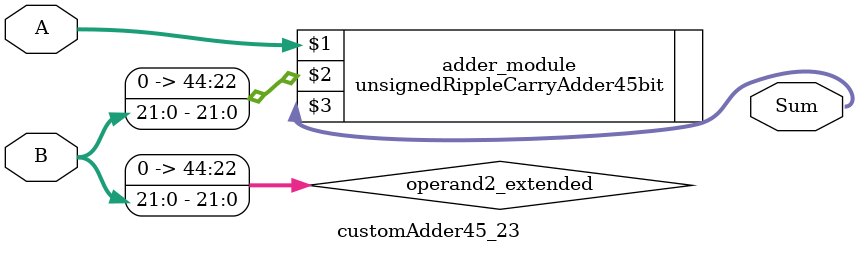
<source format=v>
module customAdder45_23(
                        input [44 : 0] A,
                        input [21 : 0] B,
                        
                        output [45 : 0] Sum
                );

        wire [44 : 0] operand2_extended;
        
        assign operand2_extended =  {23'b0, B};
        
        unsignedRippleCarryAdder45bit adder_module(
            A,
            operand2_extended,
            Sum
        );
        
        endmodule
        
</source>
